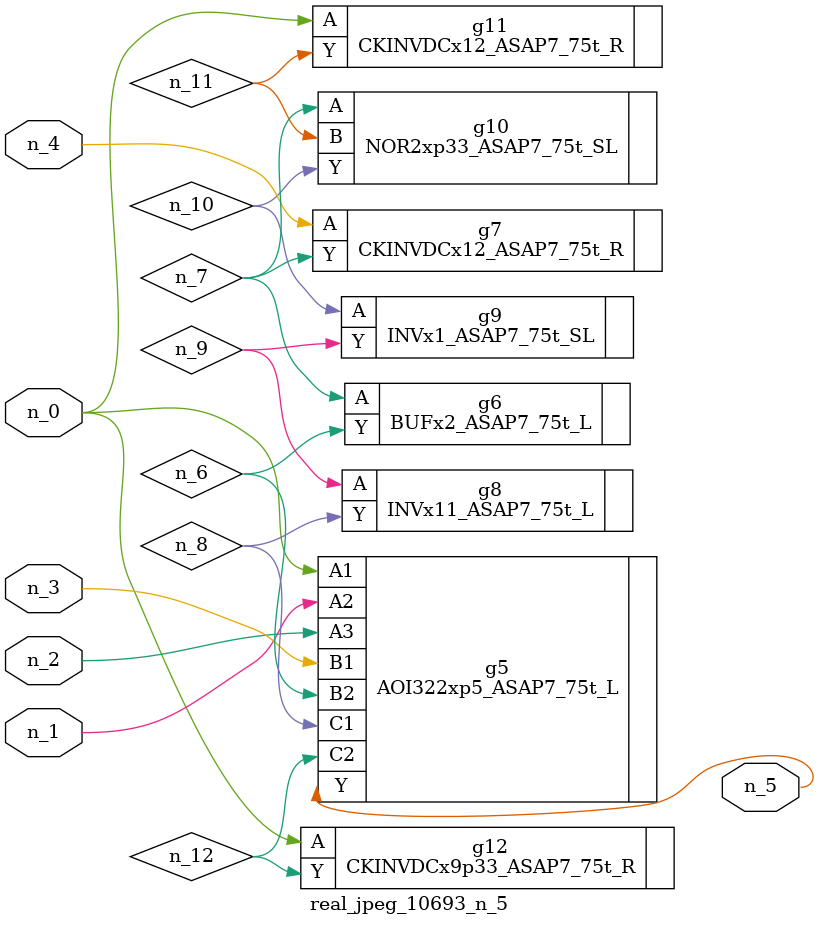
<source format=v>
module real_jpeg_10693_n_5 (n_4, n_0, n_1, n_2, n_3, n_5);

input n_4;
input n_0;
input n_1;
input n_2;
input n_3;

output n_5;

wire n_12;
wire n_8;
wire n_11;
wire n_6;
wire n_7;
wire n_10;
wire n_9;

AOI322xp5_ASAP7_75t_L g5 ( 
.A1(n_0),
.A2(n_1),
.A3(n_2),
.B1(n_3),
.B2(n_6),
.C1(n_8),
.C2(n_12),
.Y(n_5)
);

CKINVDCx12_ASAP7_75t_R g11 ( 
.A(n_0),
.Y(n_11)
);

CKINVDCx9p33_ASAP7_75t_R g12 ( 
.A(n_0),
.Y(n_12)
);

CKINVDCx12_ASAP7_75t_R g7 ( 
.A(n_4),
.Y(n_7)
);

BUFx2_ASAP7_75t_L g6 ( 
.A(n_7),
.Y(n_6)
);

NOR2xp33_ASAP7_75t_SL g10 ( 
.A(n_7),
.B(n_11),
.Y(n_10)
);

INVx11_ASAP7_75t_L g8 ( 
.A(n_9),
.Y(n_8)
);

INVx1_ASAP7_75t_SL g9 ( 
.A(n_10),
.Y(n_9)
);


endmodule
</source>
